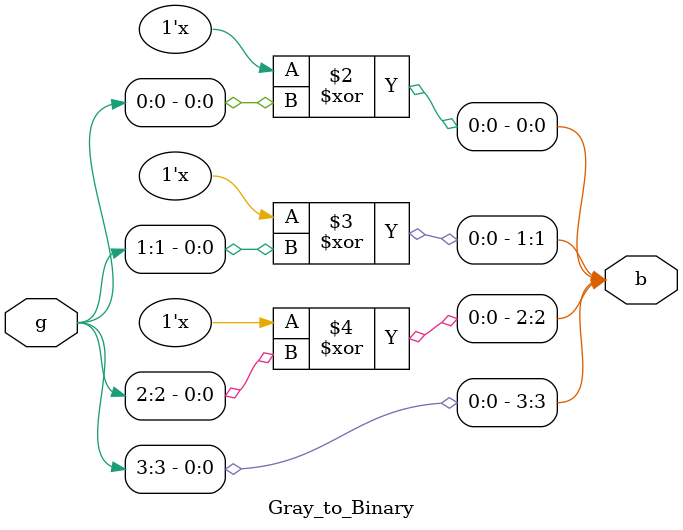
<source format=v>
`timescale 1ns / 1ps

module Gray_to_Binary(
    input [3:0] g,       //Input declaration
    output reg[3:0] b       //output declaration
    );
   always@(g)
   begin
 b[0]=b[1]^g[0];
 b[1]=b[2]^g[1];
 b[2]=b[3]^g[2];
 b[3]=g[3];
 end
endmodule
</source>
